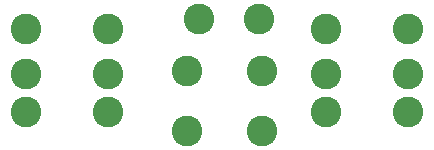
<source format=gbr>
%FSLAX34Y34*%
%MOMM*%
%LNSOLDERMASK_TOP*%
G71*
G01*
%ADD10C,2.600*%
%ADD11C,2.600*%
%LPD*%
X266700Y971550D02*
G54D10*
D03*
X336550Y971550D02*
G54D10*
D03*
X266700Y901700D02*
G54D10*
D03*
X336550Y901700D02*
G54D10*
D03*
X336550Y933450D02*
G54D10*
D03*
X266700Y933450D02*
G54D10*
D03*
X210591Y980321D02*
G54D10*
D03*
X159610Y980209D02*
G54D10*
D03*
X12700Y971550D02*
G54D10*
D03*
X82550Y971550D02*
G54D10*
D03*
X12700Y901700D02*
G54D10*
D03*
X82550Y901700D02*
G54D10*
D03*
X82550Y933450D02*
G54D10*
D03*
X12700Y933450D02*
G54D10*
D03*
X149527Y936223D02*
G54D10*
D03*
X149640Y885242D02*
G54D10*
D03*
X213027Y936223D02*
G54D10*
D03*
X213140Y885242D02*
G54D10*
D03*
X12700Y901700D02*
G54D11*
D03*
X82550Y901700D02*
G54D11*
D03*
X149639Y885242D02*
G54D11*
D03*
X213140Y885242D02*
G54D11*
D03*
X266700Y901700D02*
G54D11*
D03*
X336550Y901700D02*
G54D11*
D03*
M02*

</source>
